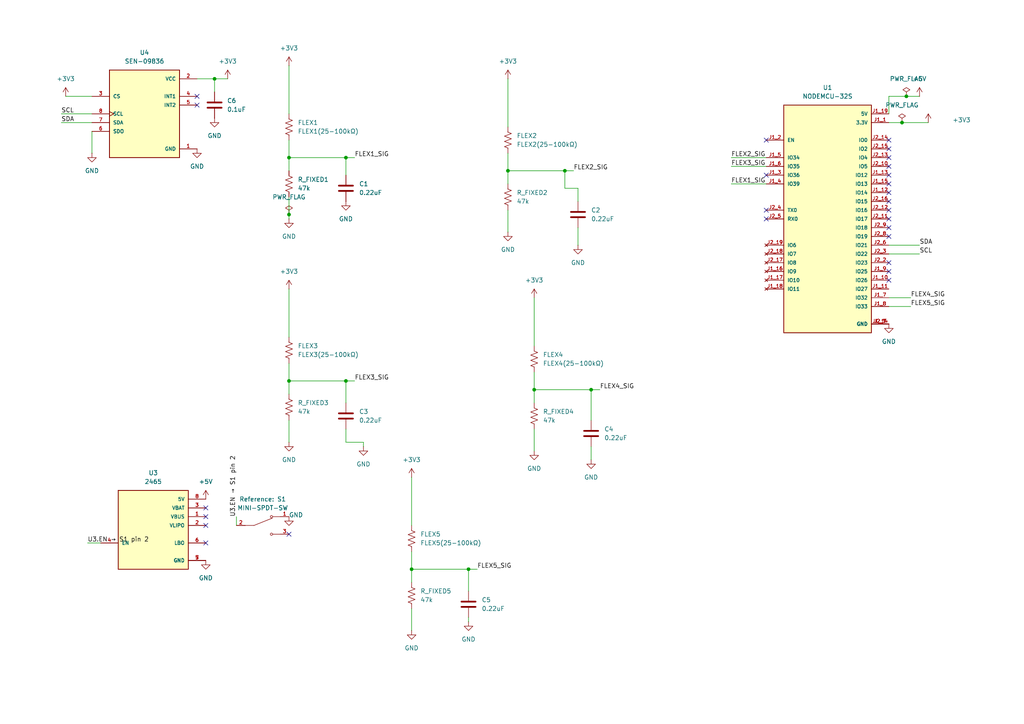
<source format=kicad_sch>
(kicad_sch (version 20250114) (generator "eeschema") (generator_version "9.0")
  (paper "A4")
  (title_block (title "Team 29"))
  (lib_symbols
    (symbol "Device:C" (pin_numbers (hide yes)) (pin_names (offset 0.254))
      (property "Reference" "C" (at 0.635 2.54 0))
      (property "Value" "C" (at 0.635 -2.54 0))
      (symbol "C_0_1"
        (polyline (pts (xy -2.032 0.762) (xy 2.032 0.762)) (stroke (width 0.508)))
        (polyline (pts (xy -2.032 -0.762) (xy 2.032 -0.762)) (stroke (width 0.508)))
      )
      (symbol "C_1_1"
        (pin passive line (at 0 3.81 270) (length 2.794) (name "~") (number "1"))
        (pin passive line (at 0 -3.81 90) (length 2.794) (name "~") (number "2"))
      )
    )
    (symbol "Device:R_US" (pin_numbers (hide yes)) (pin_names (offset 0))
      (property "Reference" "R" (at 2.54 0 90))
      (property "Value" "R_US" (at -2.54 0 90))
      (symbol "R_US_0_1"
        (polyline (pts (xy 0 2.286) (xy 0 2.54)))
        (polyline (pts (xy 0 2.286) (xy 1.016 1.905) (xy 0 1.524) (xy -1.016 1.143) (xy 0 0.762)))
        (polyline (pts (xy 0 0.762) (xy 1.016 0.381) (xy 0 0) (xy -1.016 -0.381) (xy 0 -0.762)))
        (polyline (pts (xy 0 -0.762) (xy 1.016 -1.143) (xy 0 -1.524) (xy -1.016 -1.905) (xy 0 -2.286)))
        (polyline (pts (xy 0 -2.286) (xy 0 -2.54)))
      )
      (symbol "R_US_1_1"
        (pin passive line (at 0 3.81 270) (length 1.27) (name "~") (number "1"))
        (pin passive line (at 0 -3.81 90) (length 1.27) (name "~") (number "2"))
      )
    )
    (symbol "MINI-SPDT-SW:MINI-SPDT-SW" (pin_names (offset 1.016))
      (property "Reference" "S" (at -2.54 5.08 0))
      (property "Value" "MINI-SPDT-SW" (at -2.54 -5.08 0))
      (symbol "MINI-SPDT-SW_0_0"
        (polyline (pts (xy -2.54 0) (xy -5.08 0)) (stroke (width 0.1524)))
        (polyline (pts (xy -2.54 0) (xy 2.794 2.1336)) (stroke (width 0.1524)))
        (circle (center 2.54 2.54) (radius 0.3302) (stroke (width 0.1524)))
        (circle (center 2.54 -2.54) (radius 0.3302) (stroke (width 0.1524)))
        (polyline (pts (xy 5.08 2.54) (xy 2.921 2.54)) (stroke (width 0.1524)))
        (polyline (pts (xy 5.08 -2.54) (xy 2.921 -2.54)) (stroke (width 0.1524)))
        (pin passive line (at -7.62 0 0) (length 2.54) (name "~") (number "2"))
        (pin passive line (at 7.62 2.54 180) (length 2.54) (name "~") (number "1"))
        (pin passive line (at 7.62 -2.54 180) (length 2.54) (name "~") (number "3"))
      )
    )
    (symbol "NODEMCU-32S:NODEMCU-32S" (pin_names (offset 1.016))
      (property "Reference" "U" (at -12.7 33.782 0))
      (property "Value" "NODEMCU-32S" (at -12.7 -35.56 0))
      (symbol "NODEMCU-32S_0_0"
        (rectangle (start -12.7 -33.02) (end 12.7 33.02) (stroke (width 0.254)) (fill (type background)))
        (pin input line (at -17.78 22.86 0) (length 5.08) (name "EN") (number "J1_2"))
        (pin input line (at -17.78 17.78 0) (length 5.08) (name "IO34") (number "J1_5"))
        (pin input line (at -17.78 15.24 0) (length 5.08) (name "IO35") (number "J1_6"))
        (pin input line (at -17.78 12.7 0) (length 5.08) (name "IO36") (number "J1_3"))
        (pin input line (at -17.78 10.16 0) (length 5.08) (name "IO39") (number "J1_4"))
        (pin bidirectional line (at -17.78 2.54 0) (length 5.08) (name "TX0") (number "J2_4"))
        (pin bidirectional line (at -17.78 0 0) (length 5.08) (name "RX0") (number "J2_5"))
        (pin no_connect line (at -17.78 -7.62 0) (length 5.08) (name "IO6") (number "J2_19"))
        (pin no_connect line (at -17.78 -10.16 0) (length 5.08) (name "IO7") (number "J2_18"))
        (pin no_connect line (at -17.78 -12.7 0) (length 5.08) (name "IO8") (number "J2_17"))
        (pin no_connect line (at -17.78 -15.24 0) (length 5.08) (name "IO9") (number "J1_16"))
        (pin no_connect line (at -17.78 -17.78 0) (length 5.08) (name "IO10") (number "J1_17"))
        (pin no_connect line (at -17.78 -20.32 0) (length 5.08) (name "IO11") (number "J1_18"))
        (pin power_in line (at 17.78 30.48 180) (length 5.08) (name "5V") (number "J1_19"))
        (pin power_in line (at 17.78 27.94 180) (length 5.08) (name "3.3V") (number "J1_1"))
        (pin bidirectional line (at 17.78 22.86 180) (length 5.08) (name "IO0") (number "J2_14"))
        (pin bidirectional line (at 17.78 20.32 180) (length 5.08) (name "IO2") (number "J2_15"))
        (pin bidirectional line (at 17.78 17.78 180) (length 5.08) (name "IO4") (number "J2_13"))
        (pin bidirectional line (at 17.78 15.24 180) (length 5.08) (name "IO5") (number "J2_10"))
        (pin bidirectional line (at 17.78 12.7 180) (length 5.08) (name "IO12") (number "J1_13"))
        (pin bidirectional line (at 17.78 10.16 180) (length 5.08) (name "IO13") (number "J1_15"))
        (pin bidirectional line (at 17.78 7.62 180) (length 5.08) (name "IO14") (number "J1_12"))
        (pin bidirectional line (at 17.78 5.08 180) (length 5.08) (name "IO15") (number "J2_16"))
        (pin bidirectional line (at 17.78 2.54 180) (length 5.08) (name "IO16") (number "J2_12"))
        (pin bidirectional line (at 17.78 0 180) (length 5.08) (name "IO17") (number "J2_11"))
        (pin bidirectional line (at 17.78 -2.54 180) (length 5.08) (name "IO18") (number "J2_9"))
        (pin bidirectional line (at 17.78 -5.08 180) (length 5.08) (name "IO19") (number "J2_8"))
        (pin bidirectional line (at 17.78 -7.62 180) (length 5.08) (name "IO21") (number "J2_6"))
        (pin bidirectional line (at 17.78 -10.16 180) (length 5.08) (name "IO22") (number "J2_3"))
        (pin bidirectional line (at 17.78 -12.7 180) (length 5.08) (name "IO23") (number "J2_2"))
        (pin bidirectional line (at 17.78 -15.24 180) (length 5.08) (name "IO25") (number "J1_9"))
        (pin bidirectional line (at 17.78 -17.78 180) (length 5.08) (name "IO26") (number "J1_10"))
        (pin bidirectional line (at 17.78 -20.32 180) (length 5.08) (name "IO27") (number "J1_11"))
        (pin bidirectional line (at 17.78 -22.86 180) (length 5.08) (name "IO32") (number "J1_7"))
        (pin bidirectional line (at 17.78 -25.4 180) (length 5.08) (name "IO33") (number "J1_8"))
        (pin power_in line (at 17.78 -30.48 180) (length 5.08) (name "GND") (number "J1_14"))
        (pin power_in line (at 17.78 -30.48 180) (length 5.08) (name "GND") (number "J2_1"))
        (pin power_in line (at 17.78 -30.48 180) (length 5.08) (name "GND") (number "J2_7"))
      )
    )
    (symbol "Powerbooster:2465" (pin_names (offset 1.016))
      (property "Reference" "U" (at -10.16 10.795 0))
      (property "Value" "2465" (at -10.16 -15.24 0))
      (symbol "2465_0_0"
        (rectangle (start -10.16 -12.7) (end 10.16 10.16) (stroke (width 0.254)) (fill (type background)))
        (pin input line (at -15.24 -5.08 0) (length 5.08) (name "EN") (number "4"))
        (pin power_in line (at 15.24 7.62 180) (length 5.08) (name "5V") (number "8"))
        (pin power_in line (at 15.24 5.08 180) (length 5.08) (name "VBAT") (number "3"))
        (pin power_in line (at 15.24 2.54 180) (length 5.08) (name "VBUS") (number "1"))
        (pin power_in line (at 15.24 0 180) (length 5.08) (name "VLIPO") (number "2"))
        (pin output line (at 15.24 -5.08 180) (length 5.08) (name "LBO") (number "6"))
        (pin power_in line (at 15.24 -10.16 180) (length 5.08) (name "GND") (number "5"))
        (pin power_in line (at 15.24 -10.16 180) (length 5.08) (name "GND") (number "7"))
      )
    )
    (symbol "SEN-09836_1" (pin_names (offset 1.016))
      (property "Reference" "U4" (at 0 17.78 0))
      (property "Value" "SEN-09836" (at 0 15.24 0))
      (symbol "SEN-09836_1_0_0"
        (rectangle (start -10.16 -12.7) (end 10.16 12.7) (stroke (width 0.254)) (fill (type background)))
        (pin input line (at -15.24 5.08 0) (length 5.08) (name "CS") (number "3"))
        (pin input clock (at -15.24 0 0) (length 5.08) (name "SCL") (number "8"))
        (pin bidirectional line (at -15.24 -2.54 0) (length 5.08) (name "SDA") (number "7"))
        (pin power_in line (at 15.24 10.16 180) (length 5.08) (name "VCC") (number "2"))
        (pin output line (at 15.24 5.08 180) (length 5.08) (name "INT1") (number "4"))
        (pin output line (at 15.24 2.54 180) (length 5.08) (name "INT2") (number "5"))
        (pin power_in line (at 15.24 -10.16 180) (length 5.08) (name "GND") (number "1"))
      )
      (symbol "SEN-09836_1_1_0"
        (pin passive line (at -15.24 -5.08 0) (length 5.08) (name "SDO") (number "6"))
      )
    )
    (symbol "power:+3V3" (power) (pin_numbers (hide yes)) (pin_names (offset 0) (hide yes))
      (property "Value" "+3V3" (at 0 3.556 0))
      (symbol "+3V3_0_1"
        (polyline (pts (xy -0.762 1.27) (xy 0 2.54)))
        (polyline (pts (xy 0 2.54) (xy 0.762 1.27)))
        (polyline (pts (xy 0 0) (xy 0 2.54)))
      )
      (symbol "+3V3_1_1"
        (pin power_in line (at 0 0 90) (length 0) (name "~") (number "1"))
      )
    )
    (symbol "power:+5V" (power) (pin_numbers (hide yes)) (pin_names (offset 0) (hide yes))
      (property "Value" "+5V" (at 0 3.556 0))
      (symbol "+5V_0_1"
        (polyline (pts (xy -0.762 1.27) (xy 0 2.54)))
        (polyline (pts (xy 0 2.54) (xy 0.762 1.27)))
        (polyline (pts (xy 0 0) (xy 0 2.54)))
      )
      (symbol "+5V_1_1"
        (pin power_in line (at 0 0 90) (length 0) (name "~") (number "1"))
      )
    )
    (symbol "power:GND" (power) (pin_numbers (hide yes)) (pin_names (offset 0) (hide yes))
      (property "Value" "GND" (at 0 -3.81 0))
      (symbol "GND_0_1"
        (polyline (pts (xy 0 0) (xy 0 -1.27) (xy 1.27 -1.27) (xy 0 -2.54) (xy -1.27 -1.27) (xy 0 -1.27)))
      )
      (symbol "GND_1_1"
        (pin power_in line (at 0 0 270) (length 0) (name "~") (number "1"))
      )
    )
    (symbol "power:PWR_FLAG" (power) (pin_numbers (hide yes)) (pin_names (offset 0) (hide yes))
      (property "Value" "PWR_FLAG" (at 0 3.81 0))
      (symbol "PWR_FLAG_0_0"
        (pin power_out line (at 0 0 90) (length 0) (name "~") (number "1"))
      )
      (symbol "PWR_FLAG_0_1"
        (polyline (pts (xy 0 0) (xy 0 1.27) (xy -1.016 1.905) (xy 0 2.54) (xy 1.016 1.905) (xy 0 1.27)))
      )
    )
  )
  (junction (at 163.83 49.53))
  (junction (at 83.82 45.72))
  (junction (at 262.89 27.94))
  (junction (at 62.23 22.86))
  (junction (at 100.33 110.49))
  (junction (at 261.62 35.56))
  (junction (at 100.33 45.72))
  (junction (at 154.94 113.03))
  (junction (at 83.82 110.49))
  (junction (at 119.38 165.1))
  (junction (at 135.89 165.1))
  (junction (at 147.32 49.53))
  (junction (at 171.45 113.03))
  (junction (at 83.82 62.23))
  (no_connect (at 59.69 157.48))
  (no_connect (at 59.69 149.86))
  (no_connect (at 257.81 68.58))
  (no_connect (at 257.81 45.72))
  (no_connect (at 257.81 43.18))
  (no_connect (at 222.25 63.5))
  (no_connect (at 257.81 81.28))
  (no_connect (at 222.25 40.64))
  (no_connect (at 257.81 58.42))
  (no_connect (at 257.81 53.34))
  (no_connect (at 83.82 154.94))
  (no_connect (at 257.81 66.04))
  (no_connect (at 59.69 152.4))
  (no_connect (at 257.81 63.5))
  (no_connect (at 257.81 78.74))
  (no_connect (at 257.81 55.88))
  (no_connect (at 257.81 40.64))
  (no_connect (at 257.81 50.8))
  (no_connect (at 222.25 50.8))
  (no_connect (at 257.81 60.96))
  (no_connect (at 57.15 30.48))
  (no_connect (at 57.15 27.94))
  (no_connect (at 257.81 76.2))
  (no_connect (at 59.69 147.32))
  (no_connect (at 257.81 48.26))
  (no_connect (at 222.25 60.96))
  (wire (pts (xy 147.32 44.45) (xy 147.32 49.53)))
  (wire (pts (xy 100.33 110.49) (xy 100.33 116.84)))
  (wire (pts (xy 266.7 27.94) (xy 262.89 27.94)))
  (wire (pts (xy 83.82 62.23) (xy 83.82 63.5)))
  (wire (pts (xy 257.81 86.36) (xy 264.16 86.36)))
  (wire (pts (xy 119.38 165.1) (xy 119.38 168.91)))
  (wire (pts (xy 68.58 149.86) (xy 68.58 152.4)))
  (wire (pts (xy 25.4 157.48) (xy 29.21 157.48)))
  (wire (pts (xy 212.09 45.72) (xy 222.25 45.72)))
  (wire (pts (xy 62.23 22.86) (xy 62.23 26.67)))
  (wire (pts (xy 154.94 113.03) (xy 171.45 113.03)))
  (wire (pts (xy 163.83 49.53) (xy 166.37 49.53)))
  (wire (pts (xy 147.32 60.96) (xy 147.32 67.31)))
  (wire (pts (xy 83.82 110.49) (xy 100.33 110.49)))
  (wire (pts (xy 171.45 113.03) (xy 171.45 121.92)))
  (wire (pts (xy 100.33 110.49) (xy 102.87 110.49)))
  (wire (pts (xy 171.45 129.54) (xy 171.45 133.35)))
  (wire (pts (xy 83.82 110.49) (xy 83.82 114.3)))
  (wire (pts (xy 261.62 35.56) (xy 269.24 35.56)))
  (wire (pts (xy 100.33 45.72) (xy 100.33 50.8)))
  (wire (pts (xy 257.81 27.94) (xy 257.81 33.02)))
  (wire (pts (xy 262.89 27.94) (xy 257.81 27.94)))
  (wire (pts (xy 119.38 160.02) (xy 119.38 165.1)))
  (wire (pts (xy 163.83 49.53) (xy 163.83 54.61)))
  (wire (pts (xy 26.67 44.45) (xy 26.67 38.1)))
  (wire (pts (xy 171.45 113.03) (xy 173.99 113.03)))
  (wire (pts (xy 119.38 138.43) (xy 119.38 152.4)))
  (wire (pts (xy 105.41 128.27) (xy 105.41 129.54)))
  (wire (pts (xy 83.82 19.05) (xy 83.82 33.02)))
  (wire (pts (xy 100.33 124.46) (xy 100.33 128.27)))
  (wire (pts (xy 167.64 54.61) (xy 163.83 54.61)))
  (wire (pts (xy 154.94 107.95) (xy 154.94 113.03)))
  (wire (pts (xy 83.82 40.64) (xy 83.82 45.72)))
  (wire (pts (xy 57.15 22.86) (xy 62.23 22.86)))
  (wire (pts (xy 100.33 45.72) (xy 102.87 45.72)))
  (wire (pts (xy 19.05 27.94) (xy 26.67 27.94)))
  (wire (pts (xy 135.89 165.1) (xy 135.89 171.45)))
  (wire (pts (xy 212.09 53.34) (xy 222.25 53.34)))
  (wire (pts (xy 100.33 128.27) (xy 105.41 128.27)))
  (wire (pts (xy 147.32 49.53) (xy 163.83 49.53)))
  (wire (pts (xy 83.82 45.72) (xy 100.33 45.72)))
  (wire (pts (xy 147.32 22.86) (xy 147.32 36.83)))
  (wire (pts (xy 83.82 83.82) (xy 83.82 97.79)))
  (wire (pts (xy 257.81 73.66) (xy 266.7 73.66)))
  (wire (pts (xy 83.82 45.72) (xy 83.82 49.53)))
  (wire (pts (xy 154.94 124.46) (xy 154.94 130.81)))
  (wire (pts (xy 62.23 22.86) (xy 66.04 22.86)))
  (wire (pts (xy 119.38 176.53) (xy 119.38 182.88)))
  (wire (pts (xy 154.94 113.03) (xy 154.94 116.84)))
  (wire (pts (xy 83.82 57.15) (xy 83.82 62.23)))
  (wire (pts (xy 167.64 66.04) (xy 167.64 71.12)))
  (wire (pts (xy 257.81 71.12) (xy 266.7 71.12)))
  (wire (pts (xy 83.82 105.41) (xy 83.82 110.49)))
  (wire (pts (xy 147.32 49.53) (xy 147.32 53.34)))
  (wire (pts (xy 212.09 48.26) (xy 222.25 48.26)))
  (wire (pts (xy 17.78 35.56) (xy 26.67 35.56)))
  (wire (pts (xy 257.81 35.56) (xy 261.62 35.56)))
  (wire (pts (xy 135.89 165.1) (xy 138.43 165.1)))
  (wire (pts (xy 83.82 121.92) (xy 83.82 128.27)))
  (wire (pts (xy 257.81 88.9) (xy 264.16 88.9)))
  (wire (pts (xy 167.64 58.42) (xy 167.64 54.61)))
  (wire (pts (xy 119.38 165.1) (xy 135.89 165.1)))
  (wire (pts (xy 17.78 33.02) (xy 26.67 33.02)))
  (wire (pts (xy 135.89 179.07) (xy 135.89 180.34)))
  (wire (pts (xy 154.94 86.36) (xy 154.94 100.33)))
  (label "FLEX3_SIG" (at 212.09 48.26 0))
  (label "U3.EN → S1 pin 2" (at 68.58 149.86 90))
  (label "SDA" (at 17.78 35.56 0))
  (label "SCL" (at 17.78 33.02 0))
  (label "FLEX2_SIG" (at 166.37 49.53 0))
  (label "FLEX2_SIG" (at 212.09 45.72 0))
  (label "SCL" (at 266.7 73.66 0))
  (label "FLEX4_SIG" (at 264.16 86.36 0))
  (label "FLEX4_SIG" (at 173.99 113.03 0))
  (label "FLEX1_SIG" (at 102.87 45.72 0))
  (label "U3.EN → S1 pin 2" (at 25.4 157.48 0))
  (label "SDA" (at 266.7 71.12 0))
  (label "FLEX5_SIG" (at 138.43 165.1 0))
  (label "FLEX3_SIG" (at 102.87 110.49 0))
  (label "FLEX1_SIG" (at 212.09 53.34 0))
  (label "FLEX5_SIG" (at 264.16 88.9 0))
  (symbol (lib_id "power:GND") (at 26.67 44.45 0) (unit 1)
    (property "Reference" "#PWR021" (effects (hide yes)))
    (property "Value" "GND" (at 26.67 49.53 0))
    (property "Description" "Power symbol creates a global label with name \"GND\" , ground" (effects (hide yes)))
  )
  (symbol (lib_id "Device:R_US") (at 83.82 36.83 0) (unit 1)
    (property "Reference" "FLEX1" (at 86.36 35.5599 0) (effects (justify left)))
    (property "Value" "FLEX1(25-100kΩ)" (at 86.36 38.0999 0) (effects (justify left)))
    (property "Footprint" "WIREPADSS:Wire_2pad_P3.50_D1.40" (effects (hide yes)))
    (property "Description" "Resistor, US symbol" (effects (hide yes)))
  )
  (symbol (lib_id "power:+5V") (at 59.69 144.78 0) (unit 1)
    (property "Reference" "#PWR024" (effects (hide yes)))
    (property "Value" "+5V" (at 59.69 139.7 0))
    (property "Description" "Power symbol creates a global label with name \"+5V\"" (effects (hide yes)))
  )
  (symbol (lib_id "power:PWR_FLAG") (at 262.89 27.94 0) (unit 1)
    (property "Reference" "#FLG03" (effects (hide yes)))
    (property "Value" "PWR_FLAG" (at 262.89 22.86 0))
    (property "Description" "Special symbol for telling ERC where power comes from" (effects (hide yes)))
  )
  (symbol (lib_id "power:+3V3") (at 147.32 22.86 0) (unit 1)
    (property "Reference" "#PWR04" (effects (hide yes)))
    (property "Value" "+3V3" (at 147.32 17.78 0))
    (property "Description" "Power symbol creates a global label with name \"+3V3\"" (effects (hide yes)))
  )
  (symbol (lib_id "Device:R_US") (at 154.94 120.65 0) (unit 1)
    (property "Reference" "R_FIXED4" (at 157.48 119.3799 0) (effects (justify left)))
    (property "Value" "47k" (at 157.48 121.9199 0) (effects (justify left)))
    (property "Footprint" "Resistor_THT:R_Axial_DIN0207_L6.3mm_D2.5mm_P7.62mm_Horizontal" (effects (hide yes)))
    (property "Description" "Resistor, US symbol" (effects (hide yes)))
  )
  (symbol (lib_id "power:+3V3") (at 119.38 138.43 0) (unit 1)
    (property "Reference" "#PWR016" (effects (hide yes)))
    (property "Value" "+3V3" (at 119.38 133.35 0))
    (property "Description" "Power symbol creates a global label with name \"+3V3\"" (effects (hide yes)))
  )
  (symbol (lib_id "power:GND") (at 59.69 162.56 0) (unit 1)
    (property "Reference" "#PWR022" (effects (hide yes)))
    (property "Value" "GND" (at 59.69 167.64 0))
    (property "Description" "Power symbol creates a global label with name \"GND\" , ground" (effects (hide yes)))
  )
  (symbol (lib_id "Device:R_US") (at 147.32 57.15 0) (unit 1)
    (property "Reference" "R_FIXED2" (at 149.86 55.8799 0) (effects (justify left)))
    (property "Value" "47k" (at 149.86 58.4199 0) (effects (justify left)))
    (property "Footprint" "Resistor_THT:R_Axial_DIN0207_L6.3mm_D2.5mm_P7.62mm_Horizontal" (effects (hide yes)))
    (property "Description" "Resistor, US symbol" (effects (hide yes)))
  )
  (symbol (lib_id "power:GND") (at 83.82 149.86 0) (unit 1)
    (property "Reference" "#PWR025" (effects (hide yes)))
    (property "Value" "GND" (at 85.852 149.352 0))
    (property "Description" "Power symbol creates a global label with name \"GND\" , ground" (effects (hide yes)))
  )
  (symbol (lib_id "Device:R_US") (at 154.94 104.14 0) (unit 1)
    (property "Reference" "FLEX4" (at 157.48 102.8699 0) (effects (justify left)))
    (property "Value" "FLEX4(25-100kΩ)" (at 157.48 105.4099 0) (effects (justify left)))
    (property "Footprint" "WIREPADSS:Wire_2pad_P3.50_D1.40" (effects (hide yes)))
    (property "Description" "Resistor, US symbol" (effects (hide yes)))
  )
  (symbol (lib_id "MINI-SPDT-SW:MINI-SPDT-SW") (at 76.2 152.4 0) (unit 1)
    (property "Reference" "S1" (at 76.2 144.78 0) (show_name yes))
    (property "Value" "MINI-SPDT-SW" (at 76.2 147.32 0))
    (property "Footprint" "MINI-SPDT-SW:Mini_SPDT(used)" (effects (hide yes)))
    (property "MF" "Gravitech" (effects (hide yes)))
    (property "Description_1" "Slide Switches MINI SPDT SWITCH" (effects (hide yes)))
    (property "Package" "None" (effects (hide yes)))
    (property "Price" "None" (effects (hide yes)))
    (property "Check_prices" "https://www.snapeda.com/parts/MINI-SPDT-SW/Gravitech/view-part/?ref=eda" (effects (hide yes)))
    (property "STANDARD" "Manufacturer Recommendations" (effects (hide yes)))
    (property "PARTREV" "C" (effects (hide yes)))
    (property "SnapEDA_Link" "https://www.snapeda.com/parts/MINI-SPDT-SW/Gravitech/view-part/?ref=snap" (effects (hide yes)))
    (property "MP" "MINI-SPDT-SW" (effects (hide yes)))
    (property "Availability" "Not in stock" (effects (hide yes)))
    (property "MANUFACTURER" "GRAVITECH" (effects (hide yes)))
  )
  (symbol (lib_id "power:GND") (at 105.41 129.54 0) (unit 1)
    (property "Reference" "#PWR014" (effects (hide yes)))
    (property "Value" "GND" (at 105.41 134.62 0))
    (property "Description" "Power symbol creates a global label with name \"GND\" , ground" (effects (hide yes)))
  )
  (symbol (lib_name "SEN-09836_1") (lib_id "ADXL345:SEN-09836") (at 41.91 33.02 0) (unit 1)
    (property "Reference" "U4" (at 41.91 15.24 0))
    (property "Value" "SEN-09836" (at 41.91 17.78 0))
    (property "Footprint" "SEN-09836:MODULE_SEN-09836" (effects (hide yes)))
    (property "MF" "SparkFun Electronics" (effects (hide yes)))
    (property "MAXIMUM_PACKAGE_HEIGHT" "N/A" (effects (hide yes)))
    (property "Package" "None" (effects (hide yes)))
    (property "Price" "None" (effects (hide yes)))
    (property "Check_prices" "https://www.snapeda.com/parts/SEN-09836/SparkFun/view-part/?ref=eda" (effects (hide yes)))
    (property "STANDARD" "Manufacturer Recommendations" (effects (hide yes)))
    (property "PARTREV" "v14" (effects (hide yes)))
    (property "SnapEDA_Link" "https://www.snapeda.com/parts/SEN-09836/SparkFun/view-part/?ref=snap" (effects (hide yes)))
    (property "MP" "SEN-09836" (effects (hide yes)))
    (property "Description_1" "ADXL345 iMEMS® Accelerometer, 3 Axis Sensor Evaluation Board" (effects (hide yes)))
    (property "MANUFACTURER" "SparkFun Electronics" (effects (hide yes)))
    (property "Availability" "In Stock" (effects (hide yes)))
    (property "SNAPEDA_PN" "SEN-09836" (effects (hide yes)))
  )
  (symbol (lib_id "Device:C") (at 100.33 120.65 0) (unit 1)
    (property "Reference" "C3" (at 104.14 119.3799 0) (effects (justify left)))
    (property "Value" "0.22uF" (at 104.14 121.9199 0) (effects (justify left)))
    (property "Footprint" "Capacitor_THT:C_Disc_D3.0mm_W2.0mm_P2.50mm" (effects (hide yes)))
    (property "Description" "Unpolarized capacitor" (effects (hide yes)))
  )
  (symbol (lib_id "Device:C") (at 100.33 54.61 0) (unit 1)
    (property "Reference" "C1" (at 104.14 53.3399 0) (effects (justify left)))
    (property "Value" "0.22uF" (at 104.14 55.8799 0) (effects (justify left)))
    (property "Footprint" "Capacitor_THT:C_Disc_D3.0mm_W2.0mm_P2.50mm" (effects (hide yes)))
    (property "Description" "Unpolarized capacitor" (effects (hide yes)))
  )
  (symbol (lib_id "power:GND") (at 167.64 71.12 0) (unit 1)
    (property "Reference" "#PWR010" (effects (hide yes)))
    (property "Value" "GND" (at 167.64 76.2 0))
    (property "Description" "Power symbol creates a global label with name \"GND\" , ground" (effects (hide yes)))
  )
  (symbol (lib_id "power:PWR_FLAG") (at 261.62 35.56 0) (unit 1)
    (property "Reference" "#FLG02" (effects (hide yes)))
    (property "Value" "PWR_FLAG" (at 261.62 30.48 0))
    (property "Description" "Special symbol for telling ERC where power comes from" (effects (hide yes)))
  )
  (symbol (lib_id "Device:R_US") (at 119.38 156.21 0) (unit 1)
    (property "Reference" "FLEX5" (at 121.92 154.9399 0) (effects (justify left)))
    (property "Value" "FLEX5(25-100kΩ)" (at 121.92 157.4799 0) (effects (justify left)))
    (property "Footprint" "WIREPADSS:Wire_2pad_P3.50_D1.40" (effects (hide yes)))
    (property "Description" "Resistor, US symbol" (effects (hide yes)))
  )
  (symbol (lib_id "NODEMCU-32S:NODEMCU-32S") (at 240.03 63.5 0) (unit 1)
    (property "Reference" "U1" (at 240.03 25.4 0))
    (property "Value" "NODEMCU-32S" (at 240.03 27.94 0))
    (property "Footprint" "NODEMCU-32S:MODULE_NODEMCU-32S" (effects (hide yes)))
    (property "MF" "AI-Thinker" (effects (hide yes)))
    (property "MAXIMUM_PACKAGE_HEIGHT" "3.00mm" (effects (hide yes)))
    (property "Package" "Package" (effects (hide yes)))
    (property "Price" "None" (effects (hide yes)))
    (property "Check_prices" "https://www.snapeda.com/parts/NODEMCU-32S/AI-Thinker/view-part/?ref=eda" (effects (hide yes)))
    (property "STANDARD" "Manufacturer Recommendations" (effects (hide yes)))
    (property "PARTREV" "V1" (effects (hide yes)))
    (property "SnapEDA_Link" "https://www.snapeda.com/parts/NODEMCU-32S/AI-Thinker/view-part/?ref=snap" (effects (hide yes)))
    (property "MP" "NODEMCU-32S" (effects (hide yes)))
    (property "Description_1" "WIFI MODULE V1" (effects (hide yes)))
    (property "Availability" "Not in stock" (effects (hide yes)))
    (property "MANUFACTURER" "AI-Thinker" (effects (hide yes)))
  )
  (symbol (lib_id "power:GND") (at 100.33 58.42 0) (unit 1)
    (property "Reference" "#PWR07" (effects (hide yes)))
    (property "Value" "GND" (at 100.33 63.5 0))
    (property "Description" "Power symbol creates a global label with name \"GND\" , ground" (effects (hide yes)))
  )
  (symbol (lib_id "power:GND") (at 119.38 182.88 0) (unit 1)
    (property "Reference" "#PWR017" (effects (hide yes)))
    (property "Value" "GND" (at 119.38 187.96 0))
    (property "Description" "Power symbol creates a global label with name \"GND\" , ground" (effects (hide yes)))
  )
  (symbol (lib_id "power:+3V3") (at 83.82 83.82 0) (unit 1)
    (property "Reference" "#PWR08" (effects (hide yes)))
    (property "Value" "+3V3" (at 83.82 78.74 0))
    (property "Description" "Power symbol creates a global label with name \"+3V3\"" (effects (hide yes)))
  )
  (symbol (lib_id "power:+3V3") (at 154.94 86.36 0) (unit 1)
    (property "Reference" "#PWR011" (effects (hide yes)))
    (property "Value" "+3V3" (at 154.94 81.28 0))
    (property "Description" "Power symbol creates a global label with name \"+3V3\"" (effects (hide yes)))
  )
  (symbol (lib_id "power:PWR_FLAG") (at 83.82 62.23 0) (unit 1)
    (property "Reference" "#FLG01" (effects (hide yes)))
    (property "Value" "PWR_FLAG" (at 83.82 57.15 0))
    (property "Description" "Special symbol for telling ERC where power comes from" (effects (hide yes)))
  )
  (symbol (lib_id "Device:R_US") (at 147.32 40.64 0) (unit 1)
    (property "Reference" "FLEX2" (at 149.86 39.3699 0) (effects (justify left)))
    (property "Value" "FLEX2(25-100kΩ)" (at 149.86 41.9099 0) (effects (justify left)))
    (property "Footprint" "WIREPADSS:Wire_2pad_P3.50_D1.40" (effects (hide yes)))
    (property "Description" "Resistor, US symbol" (effects (hide yes)))
  )
  (symbol (lib_id "power:GND") (at 171.45 133.35 0) (unit 1)
    (property "Reference" "#PWR015" (effects (hide yes)))
    (property "Value" "GND" (at 171.45 138.43 0))
    (property "Description" "Power symbol creates a global label with name \"GND\" , ground" (effects (hide yes)))
  )
  (symbol (lib_id "power:+3V3") (at 66.04 22.86 0) (unit 1)
    (property "Reference" "#PWR019" (effects (hide yes)))
    (property "Value" "+3V3" (at 66.04 17.78 0))
    (property "Description" "Power symbol creates a global label with name \"+3V3\"" (effects (hide yes)))
  )
  (symbol (lib_id "Device:C") (at 135.89 175.26 0) (unit 1)
    (property "Reference" "C5" (at 139.7 173.9899 0) (effects (justify left)))
    (property "Value" "0.22uF" (at 139.7 176.5299 0) (effects (justify left)))
    (property "Footprint" "Capacitor_THT:C_Disc_D3.0mm_W2.0mm_P2.50mm" (effects (hide yes)))
    (property "Description" "Unpolarized capacitor" (effects (hide yes)))
  )
  (symbol (lib_id "power:+3V3") (at 19.05 27.94 0) (unit 1)
    (property "Reference" "#PWR020" (effects (hide yes)))
    (property "Value" "+3V3" (at 19.05 22.86 0))
    (property "Description" "Power symbol creates a global label with name \"+3V3\"" (effects (hide yes)))
  )
  (symbol (lib_id "power:GND") (at 257.81 93.98 0) (unit 1)
    (property "Reference" "#PWR03" (effects (hide yes)))
    (property "Value" "GND" (at 257.81 99.06 0))
    (property "Description" "Power symbol creates a global label with name \"GND\" , ground" (effects (hide yes)))
  )
  (symbol (lib_id "Powerbooster:2465") (at 44.45 152.4 0) (unit 1)
    (property "Reference" "U3" (at 44.45 137.16 0))
    (property "Value" "2465" (at 44.45 139.7 0))
    (property "Footprint" "Powerbooster(used):MODULE_2465" (effects (hide yes)))
    (property "MF" "Adafruit Industries" (effects (hide yes)))
    (property "MAXIMUM_PACKAGE_HEIGHT" "10.16 mm" (effects (hide yes)))
    (property "Package" "NON-STANDARD-29 ADAFRUIT" (effects (hide yes)))
    (property "Price" "None" (effects (hide yes)))
    (property "Check_prices" "https://www.snapeda.com/parts/2465/Adafruit+Industries/view-part/?ref=eda" (effects (hide yes)))
    (property "STANDARD" "Manufacturer Recommendations" (effects (hide yes)))
    (property "PARTREV" "B" (effects (hide yes)))
    (property "SnapEDA_Link" "https://www.snapeda.com/parts/2465/Adafruit+Industries/view-part/?ref=snap" (effects (hide yes)))
    (property "MP" "2465" (effects (hide yes)))
    (property "Description_1" "PowerBoost 1000 Charger - Rechargeable 5V Lipo USB Boost at 1A - 1000C" (effects (hide yes)))
    (property "Availability" "In Stock" (effects (hide yes)))
    (property "MANUFACTURER" "Adafruit" (effects (hide yes)))
  )
  (symbol (lib_id "Device:C") (at 171.45 125.73 0) (unit 1)
    (property "Reference" "C4" (at 175.26 124.4599 0) (effects (justify left)))
    (property "Value" "0.22uF" (at 175.26 126.9999 0) (effects (justify left)))
    (property "Footprint" "Capacitor_THT:C_Disc_D3.0mm_W2.0mm_P2.50mm" (effects (hide yes)))
    (property "Description" "Unpolarized capacitor" (effects (hide yes)))
  )
  (symbol (lib_id "power:GND") (at 83.82 63.5 0) (unit 1)
    (property "Reference" "#PWR02" (effects (hide yes)))
    (property "Value" "GND" (at 83.82 68.58 0))
    (property "Description" "Power symbol creates a global label with name \"GND\" , ground" (effects (hide yes)))
  )
  (symbol (lib_id "power:+3V3") (at 83.82 19.05 0) (unit 1)
    (property "Reference" "#PWR01" (effects (hide yes)))
    (property "Value" "+3V3" (at 83.82 13.97 0))
    (property "Description" "Power symbol creates a global label with name \"+3V3\"" (effects (hide yes)))
  )
  (symbol (lib_id "power:+5V") (at 266.7 27.94 0) (unit 1)
    (property "Reference" "#PWR023" (effects (hide yes)))
    (property "Value" "+5V" (at 266.7 22.86 0))
    (property "Description" "Power symbol creates a global label with name \"+5V\"" (effects (hide yes)))
  )
  (symbol (lib_id "power:GND") (at 147.32 67.31 0) (unit 1)
    (property "Reference" "#PWR05" (effects (hide yes)))
    (property "Value" "GND" (at 147.32 72.39 0))
    (property "Description" "Power symbol creates a global label with name \"GND\" , ground" (effects (hide yes)))
  )
  (symbol (lib_id "power:GND") (at 62.23 34.29 0) (unit 1)
    (property "Reference" "#PWR026" (effects (hide yes)))
    (property "Value" "GND" (at 62.23 39.37 0))
    (property "Description" "Power symbol creates a global label with name \"GND\" , ground" (effects (hide yes)))
  )
  (symbol (lib_id "power:+3V3") (at 269.24 35.56 0) (unit 1)
    (property "Reference" "#PWR06" (effects (hide yes)))
    (property "Value" "+3V3" (at 278.892 34.798 0))
    (property "Description" "Power symbol creates a global label with name \"+3V3\"" (effects (hide yes)))
  )
  (symbol (lib_id "Device:C") (at 167.64 62.23 0) (unit 1)
    (property "Reference" "C2" (at 171.45 60.9599 0) (effects (justify left)))
    (property "Value" "0.22uF" (at 171.45 63.4999 0) (effects (justify left)))
    (property "Footprint" "Capacitor_THT:C_Disc_D3.0mm_W2.0mm_P2.50mm" (effects (hide yes)))
    (property "Description" "Unpolarized capacitor" (effects (hide yes)))
  )
  (symbol (lib_id "Device:R_US") (at 83.82 53.34 0) (unit 1)
    (property "Reference" "R_FIXED1" (at 86.36 52.0699 0) (effects (justify left)))
    (property "Value" "47k" (at 86.36 54.6099 0) (effects (justify left)))
    (property "Footprint" "Resistor_THT:R_Axial_DIN0207_L6.3mm_D2.5mm_P7.62mm_Horizontal" (effects (hide yes)))
    (property "Description" "Resistor, US symbol" (effects (hide yes)))
  )
  (symbol (lib_id "Device:R_US") (at 83.82 118.11 0) (unit 1)
    (property "Reference" "R_FIXED3" (at 86.36 116.8399 0) (effects (justify left)))
    (property "Value" "47k" (at 86.36 119.3799 0) (effects (justify left)))
    (property "Footprint" "Resistor_THT:R_Axial_DIN0207_L6.3mm_D2.5mm_P7.62mm_Horizontal" (effects (hide yes)))
    (property "Description" "Resistor, US symbol" (effects (hide yes)))
  )
  (symbol (lib_id "power:GND") (at 154.94 130.81 0) (unit 1)
    (property "Reference" "#PWR012" (effects (hide yes)))
    (property "Value" "GND" (at 154.94 135.89 0))
    (property "Description" "Power symbol creates a global label with name \"GND\" , ground" (effects (hide yes)))
  )
  (symbol (lib_id "power:GND") (at 135.89 180.34 0) (unit 1)
    (property "Reference" "#PWR018" (effects (hide yes)))
    (property "Value" "GND" (at 135.89 185.42 0))
    (property "Description" "Power symbol creates a global label with name \"GND\" , ground" (effects (hide yes)))
  )
  (symbol (lib_id "Device:R_US") (at 119.38 172.72 0) (unit 1)
    (property "Reference" "R_FIXED5" (at 121.92 171.4499 0) (effects (justify left)))
    (property "Value" "47k" (at 121.92 173.9899 0) (effects (justify left)))
    (property "Footprint" "Resistor_THT:R_Axial_DIN0207_L6.3mm_D2.5mm_P7.62mm_Horizontal" (effects (hide yes)))
    (property "Description" "Resistor, US symbol" (effects (hide yes)))
  )
  (symbol (lib_id "power:GND") (at 57.15 43.18 0) (unit 1)
    (property "Reference" "#PWR013" (effects (hide yes)))
    (property "Value" "GND" (at 57.15 48.26 0))
    (property "Description" "Power symbol creates a global label with name \"GND\" , ground" (effects (hide yes)))
  )
  (symbol (lib_id "Device:C") (at 62.23 30.48 0) (unit 1)
    (property "Reference" "C6" (at 65.8505 29.2099 0) (effects (justify left)))
    (property "Value" "0.1uF" (at 65.8505 31.7499 0) (effects (justify left)))
    (property "Footprint" "Capacitor_THT:C_Disc_D3.0mm_W2.0mm_P2.50mm" (effects (hide yes)))
    (property "Description" "Unpolarized capacitor" (effects (hide yes)))
  )
  (symbol (lib_id "power:GND") (at 83.82 128.27 0) (unit 1)
    (property "Reference" "#PWR09" (effects (hide yes)))
    (property "Value" "GND" (at 83.82 133.35 0))
    (property "Description" "Power symbol creates a global label with name \"GND\" , ground" (effects (hide yes)))
  )
  (symbol (lib_id "Device:R_US") (at 83.82 101.6 0) (unit 1)
    (property "Reference" "FLEX3" (at 86.36 100.3299 0) (effects (justify left)))
    (property "Value" "FLEX3(25-100kΩ)" (at 86.36 102.8699 0) (effects (justify left)))
    (property "Footprint" "WIREPADSS:Wire_2pad_P3.50_D1.40" (effects (hide yes)))
    (property "Description" "Resistor, US symbol" (effects (hide yes)))
  )
)
</source>
